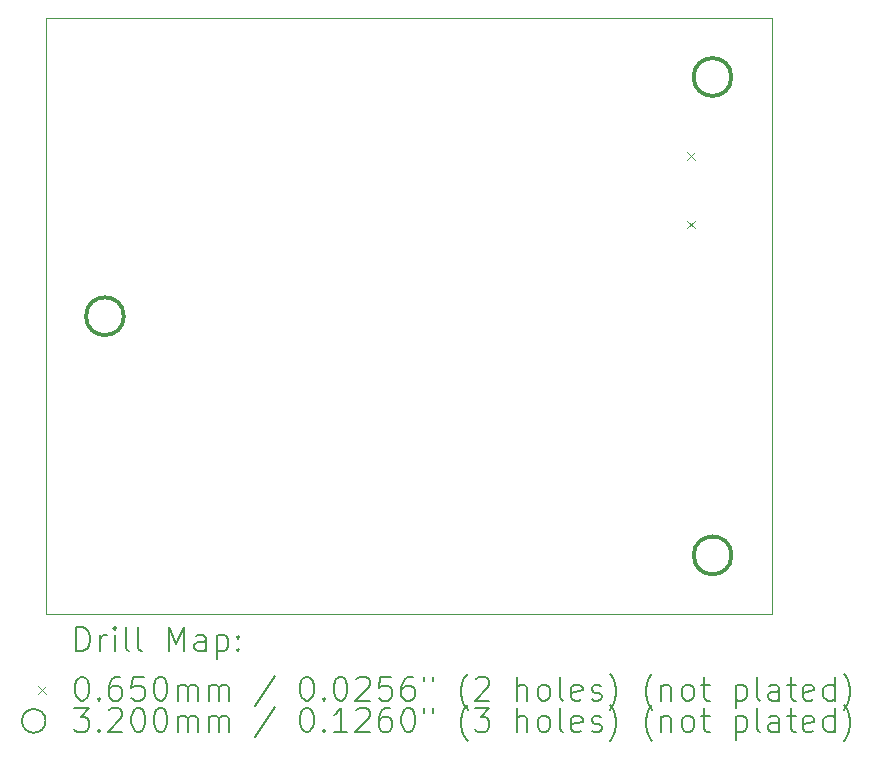
<source format=gbr>
%TF.GenerationSoftware,KiCad,Pcbnew,8.0.8*%
%TF.CreationDate,2025-07-04T19:36:45+02:00*%
%TF.ProjectId,LaunchControl,4c61756e-6368-4436-9f6e-74726f6c2e6b,rev?*%
%TF.SameCoordinates,Original*%
%TF.FileFunction,Drillmap*%
%TF.FilePolarity,Positive*%
%FSLAX45Y45*%
G04 Gerber Fmt 4.5, Leading zero omitted, Abs format (unit mm)*
G04 Created by KiCad (PCBNEW 8.0.8) date 2025-07-04 19:36:45*
%MOMM*%
%LPD*%
G01*
G04 APERTURE LIST*
%ADD10C,0.050000*%
%ADD11C,0.200000*%
%ADD12C,0.100000*%
%ADD13C,0.320000*%
G04 APERTURE END LIST*
D10*
X16595000Y-4330000D02*
G75*
G02*
X16282590Y-4330000I-156205J0D01*
G01*
X16282590Y-4330000D02*
G75*
G02*
X16595000Y-4330000I156205J0D01*
G01*
X16606508Y-8380000D02*
G75*
G02*
X16273492Y-8380000I-166508J0D01*
G01*
X16273492Y-8380000D02*
G75*
G02*
X16606508Y-8380000I166508J0D01*
G01*
X10795000Y-3830000D02*
X16940000Y-3830000D01*
X16940000Y-8875000D01*
X10795000Y-8875000D01*
X10795000Y-3830000D01*
X11458248Y-6355000D02*
G75*
G02*
X11131752Y-6355000I-163248J0D01*
G01*
X11131752Y-6355000D02*
G75*
G02*
X11458248Y-6355000I163248J0D01*
G01*
D11*
D12*
X16227000Y-4968500D02*
X16292000Y-5033500D01*
X16292000Y-4968500D02*
X16227000Y-5033500D01*
X16227000Y-5546500D02*
X16292000Y-5611500D01*
X16292000Y-5546500D02*
X16227000Y-5611500D01*
D13*
X11455000Y-6355000D02*
G75*
G02*
X11135000Y-6355000I-160000J0D01*
G01*
X11135000Y-6355000D02*
G75*
G02*
X11455000Y-6355000I160000J0D01*
G01*
X16598795Y-4330000D02*
G75*
G02*
X16278795Y-4330000I-160000J0D01*
G01*
X16278795Y-4330000D02*
G75*
G02*
X16598795Y-4330000I160000J0D01*
G01*
X16600000Y-8380000D02*
G75*
G02*
X16280000Y-8380000I-160000J0D01*
G01*
X16280000Y-8380000D02*
G75*
G02*
X16600000Y-8380000I160000J0D01*
G01*
D11*
X11053277Y-9188984D02*
X11053277Y-8988984D01*
X11053277Y-8988984D02*
X11100896Y-8988984D01*
X11100896Y-8988984D02*
X11129467Y-8998508D01*
X11129467Y-8998508D02*
X11148515Y-9017555D01*
X11148515Y-9017555D02*
X11158039Y-9036603D01*
X11158039Y-9036603D02*
X11167563Y-9074698D01*
X11167563Y-9074698D02*
X11167563Y-9103270D01*
X11167563Y-9103270D02*
X11158039Y-9141365D01*
X11158039Y-9141365D02*
X11148515Y-9160412D01*
X11148515Y-9160412D02*
X11129467Y-9179460D01*
X11129467Y-9179460D02*
X11100896Y-9188984D01*
X11100896Y-9188984D02*
X11053277Y-9188984D01*
X11253277Y-9188984D02*
X11253277Y-9055650D01*
X11253277Y-9093746D02*
X11262801Y-9074698D01*
X11262801Y-9074698D02*
X11272324Y-9065174D01*
X11272324Y-9065174D02*
X11291372Y-9055650D01*
X11291372Y-9055650D02*
X11310420Y-9055650D01*
X11377086Y-9188984D02*
X11377086Y-9055650D01*
X11377086Y-8988984D02*
X11367562Y-8998508D01*
X11367562Y-8998508D02*
X11377086Y-9008031D01*
X11377086Y-9008031D02*
X11386610Y-8998508D01*
X11386610Y-8998508D02*
X11377086Y-8988984D01*
X11377086Y-8988984D02*
X11377086Y-9008031D01*
X11500896Y-9188984D02*
X11481848Y-9179460D01*
X11481848Y-9179460D02*
X11472324Y-9160412D01*
X11472324Y-9160412D02*
X11472324Y-8988984D01*
X11605658Y-9188984D02*
X11586610Y-9179460D01*
X11586610Y-9179460D02*
X11577086Y-9160412D01*
X11577086Y-9160412D02*
X11577086Y-8988984D01*
X11834229Y-9188984D02*
X11834229Y-8988984D01*
X11834229Y-8988984D02*
X11900896Y-9131841D01*
X11900896Y-9131841D02*
X11967562Y-8988984D01*
X11967562Y-8988984D02*
X11967562Y-9188984D01*
X12148515Y-9188984D02*
X12148515Y-9084222D01*
X12148515Y-9084222D02*
X12138991Y-9065174D01*
X12138991Y-9065174D02*
X12119943Y-9055650D01*
X12119943Y-9055650D02*
X12081848Y-9055650D01*
X12081848Y-9055650D02*
X12062801Y-9065174D01*
X12148515Y-9179460D02*
X12129467Y-9188984D01*
X12129467Y-9188984D02*
X12081848Y-9188984D01*
X12081848Y-9188984D02*
X12062801Y-9179460D01*
X12062801Y-9179460D02*
X12053277Y-9160412D01*
X12053277Y-9160412D02*
X12053277Y-9141365D01*
X12053277Y-9141365D02*
X12062801Y-9122317D01*
X12062801Y-9122317D02*
X12081848Y-9112793D01*
X12081848Y-9112793D02*
X12129467Y-9112793D01*
X12129467Y-9112793D02*
X12148515Y-9103270D01*
X12243753Y-9055650D02*
X12243753Y-9255650D01*
X12243753Y-9065174D02*
X12262801Y-9055650D01*
X12262801Y-9055650D02*
X12300896Y-9055650D01*
X12300896Y-9055650D02*
X12319943Y-9065174D01*
X12319943Y-9065174D02*
X12329467Y-9074698D01*
X12329467Y-9074698D02*
X12338991Y-9093746D01*
X12338991Y-9093746D02*
X12338991Y-9150889D01*
X12338991Y-9150889D02*
X12329467Y-9169936D01*
X12329467Y-9169936D02*
X12319943Y-9179460D01*
X12319943Y-9179460D02*
X12300896Y-9188984D01*
X12300896Y-9188984D02*
X12262801Y-9188984D01*
X12262801Y-9188984D02*
X12243753Y-9179460D01*
X12424705Y-9169936D02*
X12434229Y-9179460D01*
X12434229Y-9179460D02*
X12424705Y-9188984D01*
X12424705Y-9188984D02*
X12415182Y-9179460D01*
X12415182Y-9179460D02*
X12424705Y-9169936D01*
X12424705Y-9169936D02*
X12424705Y-9188984D01*
X12424705Y-9065174D02*
X12434229Y-9074698D01*
X12434229Y-9074698D02*
X12424705Y-9084222D01*
X12424705Y-9084222D02*
X12415182Y-9074698D01*
X12415182Y-9074698D02*
X12424705Y-9065174D01*
X12424705Y-9065174D02*
X12424705Y-9084222D01*
D12*
X10727500Y-9485000D02*
X10792500Y-9550000D01*
X10792500Y-9485000D02*
X10727500Y-9550000D01*
D11*
X11091372Y-9408984D02*
X11110420Y-9408984D01*
X11110420Y-9408984D02*
X11129467Y-9418508D01*
X11129467Y-9418508D02*
X11138991Y-9428031D01*
X11138991Y-9428031D02*
X11148515Y-9447079D01*
X11148515Y-9447079D02*
X11158039Y-9485174D01*
X11158039Y-9485174D02*
X11158039Y-9532793D01*
X11158039Y-9532793D02*
X11148515Y-9570889D01*
X11148515Y-9570889D02*
X11138991Y-9589936D01*
X11138991Y-9589936D02*
X11129467Y-9599460D01*
X11129467Y-9599460D02*
X11110420Y-9608984D01*
X11110420Y-9608984D02*
X11091372Y-9608984D01*
X11091372Y-9608984D02*
X11072324Y-9599460D01*
X11072324Y-9599460D02*
X11062801Y-9589936D01*
X11062801Y-9589936D02*
X11053277Y-9570889D01*
X11053277Y-9570889D02*
X11043753Y-9532793D01*
X11043753Y-9532793D02*
X11043753Y-9485174D01*
X11043753Y-9485174D02*
X11053277Y-9447079D01*
X11053277Y-9447079D02*
X11062801Y-9428031D01*
X11062801Y-9428031D02*
X11072324Y-9418508D01*
X11072324Y-9418508D02*
X11091372Y-9408984D01*
X11243753Y-9589936D02*
X11253277Y-9599460D01*
X11253277Y-9599460D02*
X11243753Y-9608984D01*
X11243753Y-9608984D02*
X11234229Y-9599460D01*
X11234229Y-9599460D02*
X11243753Y-9589936D01*
X11243753Y-9589936D02*
X11243753Y-9608984D01*
X11424705Y-9408984D02*
X11386610Y-9408984D01*
X11386610Y-9408984D02*
X11367562Y-9418508D01*
X11367562Y-9418508D02*
X11358039Y-9428031D01*
X11358039Y-9428031D02*
X11338991Y-9456603D01*
X11338991Y-9456603D02*
X11329467Y-9494698D01*
X11329467Y-9494698D02*
X11329467Y-9570889D01*
X11329467Y-9570889D02*
X11338991Y-9589936D01*
X11338991Y-9589936D02*
X11348515Y-9599460D01*
X11348515Y-9599460D02*
X11367562Y-9608984D01*
X11367562Y-9608984D02*
X11405658Y-9608984D01*
X11405658Y-9608984D02*
X11424705Y-9599460D01*
X11424705Y-9599460D02*
X11434229Y-9589936D01*
X11434229Y-9589936D02*
X11443753Y-9570889D01*
X11443753Y-9570889D02*
X11443753Y-9523270D01*
X11443753Y-9523270D02*
X11434229Y-9504222D01*
X11434229Y-9504222D02*
X11424705Y-9494698D01*
X11424705Y-9494698D02*
X11405658Y-9485174D01*
X11405658Y-9485174D02*
X11367562Y-9485174D01*
X11367562Y-9485174D02*
X11348515Y-9494698D01*
X11348515Y-9494698D02*
X11338991Y-9504222D01*
X11338991Y-9504222D02*
X11329467Y-9523270D01*
X11624705Y-9408984D02*
X11529467Y-9408984D01*
X11529467Y-9408984D02*
X11519943Y-9504222D01*
X11519943Y-9504222D02*
X11529467Y-9494698D01*
X11529467Y-9494698D02*
X11548515Y-9485174D01*
X11548515Y-9485174D02*
X11596134Y-9485174D01*
X11596134Y-9485174D02*
X11615182Y-9494698D01*
X11615182Y-9494698D02*
X11624705Y-9504222D01*
X11624705Y-9504222D02*
X11634229Y-9523270D01*
X11634229Y-9523270D02*
X11634229Y-9570889D01*
X11634229Y-9570889D02*
X11624705Y-9589936D01*
X11624705Y-9589936D02*
X11615182Y-9599460D01*
X11615182Y-9599460D02*
X11596134Y-9608984D01*
X11596134Y-9608984D02*
X11548515Y-9608984D01*
X11548515Y-9608984D02*
X11529467Y-9599460D01*
X11529467Y-9599460D02*
X11519943Y-9589936D01*
X11758039Y-9408984D02*
X11777086Y-9408984D01*
X11777086Y-9408984D02*
X11796134Y-9418508D01*
X11796134Y-9418508D02*
X11805658Y-9428031D01*
X11805658Y-9428031D02*
X11815182Y-9447079D01*
X11815182Y-9447079D02*
X11824705Y-9485174D01*
X11824705Y-9485174D02*
X11824705Y-9532793D01*
X11824705Y-9532793D02*
X11815182Y-9570889D01*
X11815182Y-9570889D02*
X11805658Y-9589936D01*
X11805658Y-9589936D02*
X11796134Y-9599460D01*
X11796134Y-9599460D02*
X11777086Y-9608984D01*
X11777086Y-9608984D02*
X11758039Y-9608984D01*
X11758039Y-9608984D02*
X11738991Y-9599460D01*
X11738991Y-9599460D02*
X11729467Y-9589936D01*
X11729467Y-9589936D02*
X11719943Y-9570889D01*
X11719943Y-9570889D02*
X11710420Y-9532793D01*
X11710420Y-9532793D02*
X11710420Y-9485174D01*
X11710420Y-9485174D02*
X11719943Y-9447079D01*
X11719943Y-9447079D02*
X11729467Y-9428031D01*
X11729467Y-9428031D02*
X11738991Y-9418508D01*
X11738991Y-9418508D02*
X11758039Y-9408984D01*
X11910420Y-9608984D02*
X11910420Y-9475650D01*
X11910420Y-9494698D02*
X11919943Y-9485174D01*
X11919943Y-9485174D02*
X11938991Y-9475650D01*
X11938991Y-9475650D02*
X11967563Y-9475650D01*
X11967563Y-9475650D02*
X11986610Y-9485174D01*
X11986610Y-9485174D02*
X11996134Y-9504222D01*
X11996134Y-9504222D02*
X11996134Y-9608984D01*
X11996134Y-9504222D02*
X12005658Y-9485174D01*
X12005658Y-9485174D02*
X12024705Y-9475650D01*
X12024705Y-9475650D02*
X12053277Y-9475650D01*
X12053277Y-9475650D02*
X12072324Y-9485174D01*
X12072324Y-9485174D02*
X12081848Y-9504222D01*
X12081848Y-9504222D02*
X12081848Y-9608984D01*
X12177086Y-9608984D02*
X12177086Y-9475650D01*
X12177086Y-9494698D02*
X12186610Y-9485174D01*
X12186610Y-9485174D02*
X12205658Y-9475650D01*
X12205658Y-9475650D02*
X12234229Y-9475650D01*
X12234229Y-9475650D02*
X12253277Y-9485174D01*
X12253277Y-9485174D02*
X12262801Y-9504222D01*
X12262801Y-9504222D02*
X12262801Y-9608984D01*
X12262801Y-9504222D02*
X12272324Y-9485174D01*
X12272324Y-9485174D02*
X12291372Y-9475650D01*
X12291372Y-9475650D02*
X12319943Y-9475650D01*
X12319943Y-9475650D02*
X12338991Y-9485174D01*
X12338991Y-9485174D02*
X12348515Y-9504222D01*
X12348515Y-9504222D02*
X12348515Y-9608984D01*
X12738991Y-9399460D02*
X12567563Y-9656603D01*
X12996134Y-9408984D02*
X13015182Y-9408984D01*
X13015182Y-9408984D02*
X13034229Y-9418508D01*
X13034229Y-9418508D02*
X13043753Y-9428031D01*
X13043753Y-9428031D02*
X13053277Y-9447079D01*
X13053277Y-9447079D02*
X13062801Y-9485174D01*
X13062801Y-9485174D02*
X13062801Y-9532793D01*
X13062801Y-9532793D02*
X13053277Y-9570889D01*
X13053277Y-9570889D02*
X13043753Y-9589936D01*
X13043753Y-9589936D02*
X13034229Y-9599460D01*
X13034229Y-9599460D02*
X13015182Y-9608984D01*
X13015182Y-9608984D02*
X12996134Y-9608984D01*
X12996134Y-9608984D02*
X12977086Y-9599460D01*
X12977086Y-9599460D02*
X12967563Y-9589936D01*
X12967563Y-9589936D02*
X12958039Y-9570889D01*
X12958039Y-9570889D02*
X12948515Y-9532793D01*
X12948515Y-9532793D02*
X12948515Y-9485174D01*
X12948515Y-9485174D02*
X12958039Y-9447079D01*
X12958039Y-9447079D02*
X12967563Y-9428031D01*
X12967563Y-9428031D02*
X12977086Y-9418508D01*
X12977086Y-9418508D02*
X12996134Y-9408984D01*
X13148515Y-9589936D02*
X13158039Y-9599460D01*
X13158039Y-9599460D02*
X13148515Y-9608984D01*
X13148515Y-9608984D02*
X13138991Y-9599460D01*
X13138991Y-9599460D02*
X13148515Y-9589936D01*
X13148515Y-9589936D02*
X13148515Y-9608984D01*
X13281848Y-9408984D02*
X13300896Y-9408984D01*
X13300896Y-9408984D02*
X13319944Y-9418508D01*
X13319944Y-9418508D02*
X13329467Y-9428031D01*
X13329467Y-9428031D02*
X13338991Y-9447079D01*
X13338991Y-9447079D02*
X13348515Y-9485174D01*
X13348515Y-9485174D02*
X13348515Y-9532793D01*
X13348515Y-9532793D02*
X13338991Y-9570889D01*
X13338991Y-9570889D02*
X13329467Y-9589936D01*
X13329467Y-9589936D02*
X13319944Y-9599460D01*
X13319944Y-9599460D02*
X13300896Y-9608984D01*
X13300896Y-9608984D02*
X13281848Y-9608984D01*
X13281848Y-9608984D02*
X13262801Y-9599460D01*
X13262801Y-9599460D02*
X13253277Y-9589936D01*
X13253277Y-9589936D02*
X13243753Y-9570889D01*
X13243753Y-9570889D02*
X13234229Y-9532793D01*
X13234229Y-9532793D02*
X13234229Y-9485174D01*
X13234229Y-9485174D02*
X13243753Y-9447079D01*
X13243753Y-9447079D02*
X13253277Y-9428031D01*
X13253277Y-9428031D02*
X13262801Y-9418508D01*
X13262801Y-9418508D02*
X13281848Y-9408984D01*
X13424706Y-9428031D02*
X13434229Y-9418508D01*
X13434229Y-9418508D02*
X13453277Y-9408984D01*
X13453277Y-9408984D02*
X13500896Y-9408984D01*
X13500896Y-9408984D02*
X13519944Y-9418508D01*
X13519944Y-9418508D02*
X13529467Y-9428031D01*
X13529467Y-9428031D02*
X13538991Y-9447079D01*
X13538991Y-9447079D02*
X13538991Y-9466127D01*
X13538991Y-9466127D02*
X13529467Y-9494698D01*
X13529467Y-9494698D02*
X13415182Y-9608984D01*
X13415182Y-9608984D02*
X13538991Y-9608984D01*
X13719944Y-9408984D02*
X13624706Y-9408984D01*
X13624706Y-9408984D02*
X13615182Y-9504222D01*
X13615182Y-9504222D02*
X13624706Y-9494698D01*
X13624706Y-9494698D02*
X13643753Y-9485174D01*
X13643753Y-9485174D02*
X13691372Y-9485174D01*
X13691372Y-9485174D02*
X13710420Y-9494698D01*
X13710420Y-9494698D02*
X13719944Y-9504222D01*
X13719944Y-9504222D02*
X13729467Y-9523270D01*
X13729467Y-9523270D02*
X13729467Y-9570889D01*
X13729467Y-9570889D02*
X13719944Y-9589936D01*
X13719944Y-9589936D02*
X13710420Y-9599460D01*
X13710420Y-9599460D02*
X13691372Y-9608984D01*
X13691372Y-9608984D02*
X13643753Y-9608984D01*
X13643753Y-9608984D02*
X13624706Y-9599460D01*
X13624706Y-9599460D02*
X13615182Y-9589936D01*
X13900896Y-9408984D02*
X13862801Y-9408984D01*
X13862801Y-9408984D02*
X13843753Y-9418508D01*
X13843753Y-9418508D02*
X13834229Y-9428031D01*
X13834229Y-9428031D02*
X13815182Y-9456603D01*
X13815182Y-9456603D02*
X13805658Y-9494698D01*
X13805658Y-9494698D02*
X13805658Y-9570889D01*
X13805658Y-9570889D02*
X13815182Y-9589936D01*
X13815182Y-9589936D02*
X13824706Y-9599460D01*
X13824706Y-9599460D02*
X13843753Y-9608984D01*
X13843753Y-9608984D02*
X13881848Y-9608984D01*
X13881848Y-9608984D02*
X13900896Y-9599460D01*
X13900896Y-9599460D02*
X13910420Y-9589936D01*
X13910420Y-9589936D02*
X13919944Y-9570889D01*
X13919944Y-9570889D02*
X13919944Y-9523270D01*
X13919944Y-9523270D02*
X13910420Y-9504222D01*
X13910420Y-9504222D02*
X13900896Y-9494698D01*
X13900896Y-9494698D02*
X13881848Y-9485174D01*
X13881848Y-9485174D02*
X13843753Y-9485174D01*
X13843753Y-9485174D02*
X13824706Y-9494698D01*
X13824706Y-9494698D02*
X13815182Y-9504222D01*
X13815182Y-9504222D02*
X13805658Y-9523270D01*
X13996134Y-9408984D02*
X13996134Y-9447079D01*
X14072325Y-9408984D02*
X14072325Y-9447079D01*
X14367563Y-9685174D02*
X14358039Y-9675650D01*
X14358039Y-9675650D02*
X14338991Y-9647079D01*
X14338991Y-9647079D02*
X14329468Y-9628031D01*
X14329468Y-9628031D02*
X14319944Y-9599460D01*
X14319944Y-9599460D02*
X14310420Y-9551841D01*
X14310420Y-9551841D02*
X14310420Y-9513746D01*
X14310420Y-9513746D02*
X14319944Y-9466127D01*
X14319944Y-9466127D02*
X14329468Y-9437555D01*
X14329468Y-9437555D02*
X14338991Y-9418508D01*
X14338991Y-9418508D02*
X14358039Y-9389936D01*
X14358039Y-9389936D02*
X14367563Y-9380412D01*
X14434229Y-9428031D02*
X14443753Y-9418508D01*
X14443753Y-9418508D02*
X14462801Y-9408984D01*
X14462801Y-9408984D02*
X14510420Y-9408984D01*
X14510420Y-9408984D02*
X14529468Y-9418508D01*
X14529468Y-9418508D02*
X14538991Y-9428031D01*
X14538991Y-9428031D02*
X14548515Y-9447079D01*
X14548515Y-9447079D02*
X14548515Y-9466127D01*
X14548515Y-9466127D02*
X14538991Y-9494698D01*
X14538991Y-9494698D02*
X14424706Y-9608984D01*
X14424706Y-9608984D02*
X14548515Y-9608984D01*
X14786610Y-9608984D02*
X14786610Y-9408984D01*
X14872325Y-9608984D02*
X14872325Y-9504222D01*
X14872325Y-9504222D02*
X14862801Y-9485174D01*
X14862801Y-9485174D02*
X14843753Y-9475650D01*
X14843753Y-9475650D02*
X14815182Y-9475650D01*
X14815182Y-9475650D02*
X14796134Y-9485174D01*
X14796134Y-9485174D02*
X14786610Y-9494698D01*
X14996134Y-9608984D02*
X14977087Y-9599460D01*
X14977087Y-9599460D02*
X14967563Y-9589936D01*
X14967563Y-9589936D02*
X14958039Y-9570889D01*
X14958039Y-9570889D02*
X14958039Y-9513746D01*
X14958039Y-9513746D02*
X14967563Y-9494698D01*
X14967563Y-9494698D02*
X14977087Y-9485174D01*
X14977087Y-9485174D02*
X14996134Y-9475650D01*
X14996134Y-9475650D02*
X15024706Y-9475650D01*
X15024706Y-9475650D02*
X15043753Y-9485174D01*
X15043753Y-9485174D02*
X15053277Y-9494698D01*
X15053277Y-9494698D02*
X15062801Y-9513746D01*
X15062801Y-9513746D02*
X15062801Y-9570889D01*
X15062801Y-9570889D02*
X15053277Y-9589936D01*
X15053277Y-9589936D02*
X15043753Y-9599460D01*
X15043753Y-9599460D02*
X15024706Y-9608984D01*
X15024706Y-9608984D02*
X14996134Y-9608984D01*
X15177087Y-9608984D02*
X15158039Y-9599460D01*
X15158039Y-9599460D02*
X15148515Y-9580412D01*
X15148515Y-9580412D02*
X15148515Y-9408984D01*
X15329468Y-9599460D02*
X15310420Y-9608984D01*
X15310420Y-9608984D02*
X15272325Y-9608984D01*
X15272325Y-9608984D02*
X15253277Y-9599460D01*
X15253277Y-9599460D02*
X15243753Y-9580412D01*
X15243753Y-9580412D02*
X15243753Y-9504222D01*
X15243753Y-9504222D02*
X15253277Y-9485174D01*
X15253277Y-9485174D02*
X15272325Y-9475650D01*
X15272325Y-9475650D02*
X15310420Y-9475650D01*
X15310420Y-9475650D02*
X15329468Y-9485174D01*
X15329468Y-9485174D02*
X15338991Y-9504222D01*
X15338991Y-9504222D02*
X15338991Y-9523270D01*
X15338991Y-9523270D02*
X15243753Y-9542317D01*
X15415182Y-9599460D02*
X15434230Y-9608984D01*
X15434230Y-9608984D02*
X15472325Y-9608984D01*
X15472325Y-9608984D02*
X15491372Y-9599460D01*
X15491372Y-9599460D02*
X15500896Y-9580412D01*
X15500896Y-9580412D02*
X15500896Y-9570889D01*
X15500896Y-9570889D02*
X15491372Y-9551841D01*
X15491372Y-9551841D02*
X15472325Y-9542317D01*
X15472325Y-9542317D02*
X15443753Y-9542317D01*
X15443753Y-9542317D02*
X15424706Y-9532793D01*
X15424706Y-9532793D02*
X15415182Y-9513746D01*
X15415182Y-9513746D02*
X15415182Y-9504222D01*
X15415182Y-9504222D02*
X15424706Y-9485174D01*
X15424706Y-9485174D02*
X15443753Y-9475650D01*
X15443753Y-9475650D02*
X15472325Y-9475650D01*
X15472325Y-9475650D02*
X15491372Y-9485174D01*
X15567563Y-9685174D02*
X15577087Y-9675650D01*
X15577087Y-9675650D02*
X15596134Y-9647079D01*
X15596134Y-9647079D02*
X15605658Y-9628031D01*
X15605658Y-9628031D02*
X15615182Y-9599460D01*
X15615182Y-9599460D02*
X15624706Y-9551841D01*
X15624706Y-9551841D02*
X15624706Y-9513746D01*
X15624706Y-9513746D02*
X15615182Y-9466127D01*
X15615182Y-9466127D02*
X15605658Y-9437555D01*
X15605658Y-9437555D02*
X15596134Y-9418508D01*
X15596134Y-9418508D02*
X15577087Y-9389936D01*
X15577087Y-9389936D02*
X15567563Y-9380412D01*
X15929468Y-9685174D02*
X15919944Y-9675650D01*
X15919944Y-9675650D02*
X15900896Y-9647079D01*
X15900896Y-9647079D02*
X15891372Y-9628031D01*
X15891372Y-9628031D02*
X15881849Y-9599460D01*
X15881849Y-9599460D02*
X15872325Y-9551841D01*
X15872325Y-9551841D02*
X15872325Y-9513746D01*
X15872325Y-9513746D02*
X15881849Y-9466127D01*
X15881849Y-9466127D02*
X15891372Y-9437555D01*
X15891372Y-9437555D02*
X15900896Y-9418508D01*
X15900896Y-9418508D02*
X15919944Y-9389936D01*
X15919944Y-9389936D02*
X15929468Y-9380412D01*
X16005658Y-9475650D02*
X16005658Y-9608984D01*
X16005658Y-9494698D02*
X16015182Y-9485174D01*
X16015182Y-9485174D02*
X16034230Y-9475650D01*
X16034230Y-9475650D02*
X16062801Y-9475650D01*
X16062801Y-9475650D02*
X16081849Y-9485174D01*
X16081849Y-9485174D02*
X16091372Y-9504222D01*
X16091372Y-9504222D02*
X16091372Y-9608984D01*
X16215182Y-9608984D02*
X16196134Y-9599460D01*
X16196134Y-9599460D02*
X16186611Y-9589936D01*
X16186611Y-9589936D02*
X16177087Y-9570889D01*
X16177087Y-9570889D02*
X16177087Y-9513746D01*
X16177087Y-9513746D02*
X16186611Y-9494698D01*
X16186611Y-9494698D02*
X16196134Y-9485174D01*
X16196134Y-9485174D02*
X16215182Y-9475650D01*
X16215182Y-9475650D02*
X16243753Y-9475650D01*
X16243753Y-9475650D02*
X16262801Y-9485174D01*
X16262801Y-9485174D02*
X16272325Y-9494698D01*
X16272325Y-9494698D02*
X16281849Y-9513746D01*
X16281849Y-9513746D02*
X16281849Y-9570889D01*
X16281849Y-9570889D02*
X16272325Y-9589936D01*
X16272325Y-9589936D02*
X16262801Y-9599460D01*
X16262801Y-9599460D02*
X16243753Y-9608984D01*
X16243753Y-9608984D02*
X16215182Y-9608984D01*
X16338992Y-9475650D02*
X16415182Y-9475650D01*
X16367563Y-9408984D02*
X16367563Y-9580412D01*
X16367563Y-9580412D02*
X16377087Y-9599460D01*
X16377087Y-9599460D02*
X16396134Y-9608984D01*
X16396134Y-9608984D02*
X16415182Y-9608984D01*
X16634230Y-9475650D02*
X16634230Y-9675650D01*
X16634230Y-9485174D02*
X16653277Y-9475650D01*
X16653277Y-9475650D02*
X16691373Y-9475650D01*
X16691373Y-9475650D02*
X16710420Y-9485174D01*
X16710420Y-9485174D02*
X16719944Y-9494698D01*
X16719944Y-9494698D02*
X16729468Y-9513746D01*
X16729468Y-9513746D02*
X16729468Y-9570889D01*
X16729468Y-9570889D02*
X16719944Y-9589936D01*
X16719944Y-9589936D02*
X16710420Y-9599460D01*
X16710420Y-9599460D02*
X16691373Y-9608984D01*
X16691373Y-9608984D02*
X16653277Y-9608984D01*
X16653277Y-9608984D02*
X16634230Y-9599460D01*
X16843754Y-9608984D02*
X16824706Y-9599460D01*
X16824706Y-9599460D02*
X16815182Y-9580412D01*
X16815182Y-9580412D02*
X16815182Y-9408984D01*
X17005658Y-9608984D02*
X17005658Y-9504222D01*
X17005658Y-9504222D02*
X16996135Y-9485174D01*
X16996135Y-9485174D02*
X16977087Y-9475650D01*
X16977087Y-9475650D02*
X16938992Y-9475650D01*
X16938992Y-9475650D02*
X16919944Y-9485174D01*
X17005658Y-9599460D02*
X16986611Y-9608984D01*
X16986611Y-9608984D02*
X16938992Y-9608984D01*
X16938992Y-9608984D02*
X16919944Y-9599460D01*
X16919944Y-9599460D02*
X16910420Y-9580412D01*
X16910420Y-9580412D02*
X16910420Y-9561365D01*
X16910420Y-9561365D02*
X16919944Y-9542317D01*
X16919944Y-9542317D02*
X16938992Y-9532793D01*
X16938992Y-9532793D02*
X16986611Y-9532793D01*
X16986611Y-9532793D02*
X17005658Y-9523270D01*
X17072325Y-9475650D02*
X17148515Y-9475650D01*
X17100896Y-9408984D02*
X17100896Y-9580412D01*
X17100896Y-9580412D02*
X17110420Y-9599460D01*
X17110420Y-9599460D02*
X17129468Y-9608984D01*
X17129468Y-9608984D02*
X17148515Y-9608984D01*
X17291373Y-9599460D02*
X17272325Y-9608984D01*
X17272325Y-9608984D02*
X17234230Y-9608984D01*
X17234230Y-9608984D02*
X17215182Y-9599460D01*
X17215182Y-9599460D02*
X17205658Y-9580412D01*
X17205658Y-9580412D02*
X17205658Y-9504222D01*
X17205658Y-9504222D02*
X17215182Y-9485174D01*
X17215182Y-9485174D02*
X17234230Y-9475650D01*
X17234230Y-9475650D02*
X17272325Y-9475650D01*
X17272325Y-9475650D02*
X17291373Y-9485174D01*
X17291373Y-9485174D02*
X17300896Y-9504222D01*
X17300896Y-9504222D02*
X17300896Y-9523270D01*
X17300896Y-9523270D02*
X17205658Y-9542317D01*
X17472325Y-9608984D02*
X17472325Y-9408984D01*
X17472325Y-9599460D02*
X17453277Y-9608984D01*
X17453277Y-9608984D02*
X17415182Y-9608984D01*
X17415182Y-9608984D02*
X17396135Y-9599460D01*
X17396135Y-9599460D02*
X17386611Y-9589936D01*
X17386611Y-9589936D02*
X17377087Y-9570889D01*
X17377087Y-9570889D02*
X17377087Y-9513746D01*
X17377087Y-9513746D02*
X17386611Y-9494698D01*
X17386611Y-9494698D02*
X17396135Y-9485174D01*
X17396135Y-9485174D02*
X17415182Y-9475650D01*
X17415182Y-9475650D02*
X17453277Y-9475650D01*
X17453277Y-9475650D02*
X17472325Y-9485174D01*
X17548516Y-9685174D02*
X17558039Y-9675650D01*
X17558039Y-9675650D02*
X17577087Y-9647079D01*
X17577087Y-9647079D02*
X17586611Y-9628031D01*
X17586611Y-9628031D02*
X17596135Y-9599460D01*
X17596135Y-9599460D02*
X17605658Y-9551841D01*
X17605658Y-9551841D02*
X17605658Y-9513746D01*
X17605658Y-9513746D02*
X17596135Y-9466127D01*
X17596135Y-9466127D02*
X17586611Y-9437555D01*
X17586611Y-9437555D02*
X17577087Y-9418508D01*
X17577087Y-9418508D02*
X17558039Y-9389936D01*
X17558039Y-9389936D02*
X17548516Y-9380412D01*
X10792500Y-9781500D02*
G75*
G02*
X10592500Y-9781500I-100000J0D01*
G01*
X10592500Y-9781500D02*
G75*
G02*
X10792500Y-9781500I100000J0D01*
G01*
X11034229Y-9672984D02*
X11158039Y-9672984D01*
X11158039Y-9672984D02*
X11091372Y-9749174D01*
X11091372Y-9749174D02*
X11119944Y-9749174D01*
X11119944Y-9749174D02*
X11138991Y-9758698D01*
X11138991Y-9758698D02*
X11148515Y-9768222D01*
X11148515Y-9768222D02*
X11158039Y-9787270D01*
X11158039Y-9787270D02*
X11158039Y-9834889D01*
X11158039Y-9834889D02*
X11148515Y-9853936D01*
X11148515Y-9853936D02*
X11138991Y-9863460D01*
X11138991Y-9863460D02*
X11119944Y-9872984D01*
X11119944Y-9872984D02*
X11062801Y-9872984D01*
X11062801Y-9872984D02*
X11043753Y-9863460D01*
X11043753Y-9863460D02*
X11034229Y-9853936D01*
X11243753Y-9853936D02*
X11253277Y-9863460D01*
X11253277Y-9863460D02*
X11243753Y-9872984D01*
X11243753Y-9872984D02*
X11234229Y-9863460D01*
X11234229Y-9863460D02*
X11243753Y-9853936D01*
X11243753Y-9853936D02*
X11243753Y-9872984D01*
X11329467Y-9692031D02*
X11338991Y-9682508D01*
X11338991Y-9682508D02*
X11358039Y-9672984D01*
X11358039Y-9672984D02*
X11405658Y-9672984D01*
X11405658Y-9672984D02*
X11424705Y-9682508D01*
X11424705Y-9682508D02*
X11434229Y-9692031D01*
X11434229Y-9692031D02*
X11443753Y-9711079D01*
X11443753Y-9711079D02*
X11443753Y-9730127D01*
X11443753Y-9730127D02*
X11434229Y-9758698D01*
X11434229Y-9758698D02*
X11319943Y-9872984D01*
X11319943Y-9872984D02*
X11443753Y-9872984D01*
X11567562Y-9672984D02*
X11586610Y-9672984D01*
X11586610Y-9672984D02*
X11605658Y-9682508D01*
X11605658Y-9682508D02*
X11615182Y-9692031D01*
X11615182Y-9692031D02*
X11624705Y-9711079D01*
X11624705Y-9711079D02*
X11634229Y-9749174D01*
X11634229Y-9749174D02*
X11634229Y-9796793D01*
X11634229Y-9796793D02*
X11624705Y-9834889D01*
X11624705Y-9834889D02*
X11615182Y-9853936D01*
X11615182Y-9853936D02*
X11605658Y-9863460D01*
X11605658Y-9863460D02*
X11586610Y-9872984D01*
X11586610Y-9872984D02*
X11567562Y-9872984D01*
X11567562Y-9872984D02*
X11548515Y-9863460D01*
X11548515Y-9863460D02*
X11538991Y-9853936D01*
X11538991Y-9853936D02*
X11529467Y-9834889D01*
X11529467Y-9834889D02*
X11519943Y-9796793D01*
X11519943Y-9796793D02*
X11519943Y-9749174D01*
X11519943Y-9749174D02*
X11529467Y-9711079D01*
X11529467Y-9711079D02*
X11538991Y-9692031D01*
X11538991Y-9692031D02*
X11548515Y-9682508D01*
X11548515Y-9682508D02*
X11567562Y-9672984D01*
X11758039Y-9672984D02*
X11777086Y-9672984D01*
X11777086Y-9672984D02*
X11796134Y-9682508D01*
X11796134Y-9682508D02*
X11805658Y-9692031D01*
X11805658Y-9692031D02*
X11815182Y-9711079D01*
X11815182Y-9711079D02*
X11824705Y-9749174D01*
X11824705Y-9749174D02*
X11824705Y-9796793D01*
X11824705Y-9796793D02*
X11815182Y-9834889D01*
X11815182Y-9834889D02*
X11805658Y-9853936D01*
X11805658Y-9853936D02*
X11796134Y-9863460D01*
X11796134Y-9863460D02*
X11777086Y-9872984D01*
X11777086Y-9872984D02*
X11758039Y-9872984D01*
X11758039Y-9872984D02*
X11738991Y-9863460D01*
X11738991Y-9863460D02*
X11729467Y-9853936D01*
X11729467Y-9853936D02*
X11719943Y-9834889D01*
X11719943Y-9834889D02*
X11710420Y-9796793D01*
X11710420Y-9796793D02*
X11710420Y-9749174D01*
X11710420Y-9749174D02*
X11719943Y-9711079D01*
X11719943Y-9711079D02*
X11729467Y-9692031D01*
X11729467Y-9692031D02*
X11738991Y-9682508D01*
X11738991Y-9682508D02*
X11758039Y-9672984D01*
X11910420Y-9872984D02*
X11910420Y-9739650D01*
X11910420Y-9758698D02*
X11919943Y-9749174D01*
X11919943Y-9749174D02*
X11938991Y-9739650D01*
X11938991Y-9739650D02*
X11967563Y-9739650D01*
X11967563Y-9739650D02*
X11986610Y-9749174D01*
X11986610Y-9749174D02*
X11996134Y-9768222D01*
X11996134Y-9768222D02*
X11996134Y-9872984D01*
X11996134Y-9768222D02*
X12005658Y-9749174D01*
X12005658Y-9749174D02*
X12024705Y-9739650D01*
X12024705Y-9739650D02*
X12053277Y-9739650D01*
X12053277Y-9739650D02*
X12072324Y-9749174D01*
X12072324Y-9749174D02*
X12081848Y-9768222D01*
X12081848Y-9768222D02*
X12081848Y-9872984D01*
X12177086Y-9872984D02*
X12177086Y-9739650D01*
X12177086Y-9758698D02*
X12186610Y-9749174D01*
X12186610Y-9749174D02*
X12205658Y-9739650D01*
X12205658Y-9739650D02*
X12234229Y-9739650D01*
X12234229Y-9739650D02*
X12253277Y-9749174D01*
X12253277Y-9749174D02*
X12262801Y-9768222D01*
X12262801Y-9768222D02*
X12262801Y-9872984D01*
X12262801Y-9768222D02*
X12272324Y-9749174D01*
X12272324Y-9749174D02*
X12291372Y-9739650D01*
X12291372Y-9739650D02*
X12319943Y-9739650D01*
X12319943Y-9739650D02*
X12338991Y-9749174D01*
X12338991Y-9749174D02*
X12348515Y-9768222D01*
X12348515Y-9768222D02*
X12348515Y-9872984D01*
X12738991Y-9663460D02*
X12567563Y-9920603D01*
X12996134Y-9672984D02*
X13015182Y-9672984D01*
X13015182Y-9672984D02*
X13034229Y-9682508D01*
X13034229Y-9682508D02*
X13043753Y-9692031D01*
X13043753Y-9692031D02*
X13053277Y-9711079D01*
X13053277Y-9711079D02*
X13062801Y-9749174D01*
X13062801Y-9749174D02*
X13062801Y-9796793D01*
X13062801Y-9796793D02*
X13053277Y-9834889D01*
X13053277Y-9834889D02*
X13043753Y-9853936D01*
X13043753Y-9853936D02*
X13034229Y-9863460D01*
X13034229Y-9863460D02*
X13015182Y-9872984D01*
X13015182Y-9872984D02*
X12996134Y-9872984D01*
X12996134Y-9872984D02*
X12977086Y-9863460D01*
X12977086Y-9863460D02*
X12967563Y-9853936D01*
X12967563Y-9853936D02*
X12958039Y-9834889D01*
X12958039Y-9834889D02*
X12948515Y-9796793D01*
X12948515Y-9796793D02*
X12948515Y-9749174D01*
X12948515Y-9749174D02*
X12958039Y-9711079D01*
X12958039Y-9711079D02*
X12967563Y-9692031D01*
X12967563Y-9692031D02*
X12977086Y-9682508D01*
X12977086Y-9682508D02*
X12996134Y-9672984D01*
X13148515Y-9853936D02*
X13158039Y-9863460D01*
X13158039Y-9863460D02*
X13148515Y-9872984D01*
X13148515Y-9872984D02*
X13138991Y-9863460D01*
X13138991Y-9863460D02*
X13148515Y-9853936D01*
X13148515Y-9853936D02*
X13148515Y-9872984D01*
X13348515Y-9872984D02*
X13234229Y-9872984D01*
X13291372Y-9872984D02*
X13291372Y-9672984D01*
X13291372Y-9672984D02*
X13272325Y-9701555D01*
X13272325Y-9701555D02*
X13253277Y-9720603D01*
X13253277Y-9720603D02*
X13234229Y-9730127D01*
X13424706Y-9692031D02*
X13434229Y-9682508D01*
X13434229Y-9682508D02*
X13453277Y-9672984D01*
X13453277Y-9672984D02*
X13500896Y-9672984D01*
X13500896Y-9672984D02*
X13519944Y-9682508D01*
X13519944Y-9682508D02*
X13529467Y-9692031D01*
X13529467Y-9692031D02*
X13538991Y-9711079D01*
X13538991Y-9711079D02*
X13538991Y-9730127D01*
X13538991Y-9730127D02*
X13529467Y-9758698D01*
X13529467Y-9758698D02*
X13415182Y-9872984D01*
X13415182Y-9872984D02*
X13538991Y-9872984D01*
X13710420Y-9672984D02*
X13672325Y-9672984D01*
X13672325Y-9672984D02*
X13653277Y-9682508D01*
X13653277Y-9682508D02*
X13643753Y-9692031D01*
X13643753Y-9692031D02*
X13624706Y-9720603D01*
X13624706Y-9720603D02*
X13615182Y-9758698D01*
X13615182Y-9758698D02*
X13615182Y-9834889D01*
X13615182Y-9834889D02*
X13624706Y-9853936D01*
X13624706Y-9853936D02*
X13634229Y-9863460D01*
X13634229Y-9863460D02*
X13653277Y-9872984D01*
X13653277Y-9872984D02*
X13691372Y-9872984D01*
X13691372Y-9872984D02*
X13710420Y-9863460D01*
X13710420Y-9863460D02*
X13719944Y-9853936D01*
X13719944Y-9853936D02*
X13729467Y-9834889D01*
X13729467Y-9834889D02*
X13729467Y-9787270D01*
X13729467Y-9787270D02*
X13719944Y-9768222D01*
X13719944Y-9768222D02*
X13710420Y-9758698D01*
X13710420Y-9758698D02*
X13691372Y-9749174D01*
X13691372Y-9749174D02*
X13653277Y-9749174D01*
X13653277Y-9749174D02*
X13634229Y-9758698D01*
X13634229Y-9758698D02*
X13624706Y-9768222D01*
X13624706Y-9768222D02*
X13615182Y-9787270D01*
X13853277Y-9672984D02*
X13872325Y-9672984D01*
X13872325Y-9672984D02*
X13891372Y-9682508D01*
X13891372Y-9682508D02*
X13900896Y-9692031D01*
X13900896Y-9692031D02*
X13910420Y-9711079D01*
X13910420Y-9711079D02*
X13919944Y-9749174D01*
X13919944Y-9749174D02*
X13919944Y-9796793D01*
X13919944Y-9796793D02*
X13910420Y-9834889D01*
X13910420Y-9834889D02*
X13900896Y-9853936D01*
X13900896Y-9853936D02*
X13891372Y-9863460D01*
X13891372Y-9863460D02*
X13872325Y-9872984D01*
X13872325Y-9872984D02*
X13853277Y-9872984D01*
X13853277Y-9872984D02*
X13834229Y-9863460D01*
X13834229Y-9863460D02*
X13824706Y-9853936D01*
X13824706Y-9853936D02*
X13815182Y-9834889D01*
X13815182Y-9834889D02*
X13805658Y-9796793D01*
X13805658Y-9796793D02*
X13805658Y-9749174D01*
X13805658Y-9749174D02*
X13815182Y-9711079D01*
X13815182Y-9711079D02*
X13824706Y-9692031D01*
X13824706Y-9692031D02*
X13834229Y-9682508D01*
X13834229Y-9682508D02*
X13853277Y-9672984D01*
X13996134Y-9672984D02*
X13996134Y-9711079D01*
X14072325Y-9672984D02*
X14072325Y-9711079D01*
X14367563Y-9949174D02*
X14358039Y-9939650D01*
X14358039Y-9939650D02*
X14338991Y-9911079D01*
X14338991Y-9911079D02*
X14329468Y-9892031D01*
X14329468Y-9892031D02*
X14319944Y-9863460D01*
X14319944Y-9863460D02*
X14310420Y-9815841D01*
X14310420Y-9815841D02*
X14310420Y-9777746D01*
X14310420Y-9777746D02*
X14319944Y-9730127D01*
X14319944Y-9730127D02*
X14329468Y-9701555D01*
X14329468Y-9701555D02*
X14338991Y-9682508D01*
X14338991Y-9682508D02*
X14358039Y-9653936D01*
X14358039Y-9653936D02*
X14367563Y-9644412D01*
X14424706Y-9672984D02*
X14548515Y-9672984D01*
X14548515Y-9672984D02*
X14481848Y-9749174D01*
X14481848Y-9749174D02*
X14510420Y-9749174D01*
X14510420Y-9749174D02*
X14529468Y-9758698D01*
X14529468Y-9758698D02*
X14538991Y-9768222D01*
X14538991Y-9768222D02*
X14548515Y-9787270D01*
X14548515Y-9787270D02*
X14548515Y-9834889D01*
X14548515Y-9834889D02*
X14538991Y-9853936D01*
X14538991Y-9853936D02*
X14529468Y-9863460D01*
X14529468Y-9863460D02*
X14510420Y-9872984D01*
X14510420Y-9872984D02*
X14453277Y-9872984D01*
X14453277Y-9872984D02*
X14434229Y-9863460D01*
X14434229Y-9863460D02*
X14424706Y-9853936D01*
X14786610Y-9872984D02*
X14786610Y-9672984D01*
X14872325Y-9872984D02*
X14872325Y-9768222D01*
X14872325Y-9768222D02*
X14862801Y-9749174D01*
X14862801Y-9749174D02*
X14843753Y-9739650D01*
X14843753Y-9739650D02*
X14815182Y-9739650D01*
X14815182Y-9739650D02*
X14796134Y-9749174D01*
X14796134Y-9749174D02*
X14786610Y-9758698D01*
X14996134Y-9872984D02*
X14977087Y-9863460D01*
X14977087Y-9863460D02*
X14967563Y-9853936D01*
X14967563Y-9853936D02*
X14958039Y-9834889D01*
X14958039Y-9834889D02*
X14958039Y-9777746D01*
X14958039Y-9777746D02*
X14967563Y-9758698D01*
X14967563Y-9758698D02*
X14977087Y-9749174D01*
X14977087Y-9749174D02*
X14996134Y-9739650D01*
X14996134Y-9739650D02*
X15024706Y-9739650D01*
X15024706Y-9739650D02*
X15043753Y-9749174D01*
X15043753Y-9749174D02*
X15053277Y-9758698D01*
X15053277Y-9758698D02*
X15062801Y-9777746D01*
X15062801Y-9777746D02*
X15062801Y-9834889D01*
X15062801Y-9834889D02*
X15053277Y-9853936D01*
X15053277Y-9853936D02*
X15043753Y-9863460D01*
X15043753Y-9863460D02*
X15024706Y-9872984D01*
X15024706Y-9872984D02*
X14996134Y-9872984D01*
X15177087Y-9872984D02*
X15158039Y-9863460D01*
X15158039Y-9863460D02*
X15148515Y-9844412D01*
X15148515Y-9844412D02*
X15148515Y-9672984D01*
X15329468Y-9863460D02*
X15310420Y-9872984D01*
X15310420Y-9872984D02*
X15272325Y-9872984D01*
X15272325Y-9872984D02*
X15253277Y-9863460D01*
X15253277Y-9863460D02*
X15243753Y-9844412D01*
X15243753Y-9844412D02*
X15243753Y-9768222D01*
X15243753Y-9768222D02*
X15253277Y-9749174D01*
X15253277Y-9749174D02*
X15272325Y-9739650D01*
X15272325Y-9739650D02*
X15310420Y-9739650D01*
X15310420Y-9739650D02*
X15329468Y-9749174D01*
X15329468Y-9749174D02*
X15338991Y-9768222D01*
X15338991Y-9768222D02*
X15338991Y-9787270D01*
X15338991Y-9787270D02*
X15243753Y-9806317D01*
X15415182Y-9863460D02*
X15434230Y-9872984D01*
X15434230Y-9872984D02*
X15472325Y-9872984D01*
X15472325Y-9872984D02*
X15491372Y-9863460D01*
X15491372Y-9863460D02*
X15500896Y-9844412D01*
X15500896Y-9844412D02*
X15500896Y-9834889D01*
X15500896Y-9834889D02*
X15491372Y-9815841D01*
X15491372Y-9815841D02*
X15472325Y-9806317D01*
X15472325Y-9806317D02*
X15443753Y-9806317D01*
X15443753Y-9806317D02*
X15424706Y-9796793D01*
X15424706Y-9796793D02*
X15415182Y-9777746D01*
X15415182Y-9777746D02*
X15415182Y-9768222D01*
X15415182Y-9768222D02*
X15424706Y-9749174D01*
X15424706Y-9749174D02*
X15443753Y-9739650D01*
X15443753Y-9739650D02*
X15472325Y-9739650D01*
X15472325Y-9739650D02*
X15491372Y-9749174D01*
X15567563Y-9949174D02*
X15577087Y-9939650D01*
X15577087Y-9939650D02*
X15596134Y-9911079D01*
X15596134Y-9911079D02*
X15605658Y-9892031D01*
X15605658Y-9892031D02*
X15615182Y-9863460D01*
X15615182Y-9863460D02*
X15624706Y-9815841D01*
X15624706Y-9815841D02*
X15624706Y-9777746D01*
X15624706Y-9777746D02*
X15615182Y-9730127D01*
X15615182Y-9730127D02*
X15605658Y-9701555D01*
X15605658Y-9701555D02*
X15596134Y-9682508D01*
X15596134Y-9682508D02*
X15577087Y-9653936D01*
X15577087Y-9653936D02*
X15567563Y-9644412D01*
X15929468Y-9949174D02*
X15919944Y-9939650D01*
X15919944Y-9939650D02*
X15900896Y-9911079D01*
X15900896Y-9911079D02*
X15891372Y-9892031D01*
X15891372Y-9892031D02*
X15881849Y-9863460D01*
X15881849Y-9863460D02*
X15872325Y-9815841D01*
X15872325Y-9815841D02*
X15872325Y-9777746D01*
X15872325Y-9777746D02*
X15881849Y-9730127D01*
X15881849Y-9730127D02*
X15891372Y-9701555D01*
X15891372Y-9701555D02*
X15900896Y-9682508D01*
X15900896Y-9682508D02*
X15919944Y-9653936D01*
X15919944Y-9653936D02*
X15929468Y-9644412D01*
X16005658Y-9739650D02*
X16005658Y-9872984D01*
X16005658Y-9758698D02*
X16015182Y-9749174D01*
X16015182Y-9749174D02*
X16034230Y-9739650D01*
X16034230Y-9739650D02*
X16062801Y-9739650D01*
X16062801Y-9739650D02*
X16081849Y-9749174D01*
X16081849Y-9749174D02*
X16091372Y-9768222D01*
X16091372Y-9768222D02*
X16091372Y-9872984D01*
X16215182Y-9872984D02*
X16196134Y-9863460D01*
X16196134Y-9863460D02*
X16186611Y-9853936D01*
X16186611Y-9853936D02*
X16177087Y-9834889D01*
X16177087Y-9834889D02*
X16177087Y-9777746D01*
X16177087Y-9777746D02*
X16186611Y-9758698D01*
X16186611Y-9758698D02*
X16196134Y-9749174D01*
X16196134Y-9749174D02*
X16215182Y-9739650D01*
X16215182Y-9739650D02*
X16243753Y-9739650D01*
X16243753Y-9739650D02*
X16262801Y-9749174D01*
X16262801Y-9749174D02*
X16272325Y-9758698D01*
X16272325Y-9758698D02*
X16281849Y-9777746D01*
X16281849Y-9777746D02*
X16281849Y-9834889D01*
X16281849Y-9834889D02*
X16272325Y-9853936D01*
X16272325Y-9853936D02*
X16262801Y-9863460D01*
X16262801Y-9863460D02*
X16243753Y-9872984D01*
X16243753Y-9872984D02*
X16215182Y-9872984D01*
X16338992Y-9739650D02*
X16415182Y-9739650D01*
X16367563Y-9672984D02*
X16367563Y-9844412D01*
X16367563Y-9844412D02*
X16377087Y-9863460D01*
X16377087Y-9863460D02*
X16396134Y-9872984D01*
X16396134Y-9872984D02*
X16415182Y-9872984D01*
X16634230Y-9739650D02*
X16634230Y-9939650D01*
X16634230Y-9749174D02*
X16653277Y-9739650D01*
X16653277Y-9739650D02*
X16691373Y-9739650D01*
X16691373Y-9739650D02*
X16710420Y-9749174D01*
X16710420Y-9749174D02*
X16719944Y-9758698D01*
X16719944Y-9758698D02*
X16729468Y-9777746D01*
X16729468Y-9777746D02*
X16729468Y-9834889D01*
X16729468Y-9834889D02*
X16719944Y-9853936D01*
X16719944Y-9853936D02*
X16710420Y-9863460D01*
X16710420Y-9863460D02*
X16691373Y-9872984D01*
X16691373Y-9872984D02*
X16653277Y-9872984D01*
X16653277Y-9872984D02*
X16634230Y-9863460D01*
X16843754Y-9872984D02*
X16824706Y-9863460D01*
X16824706Y-9863460D02*
X16815182Y-9844412D01*
X16815182Y-9844412D02*
X16815182Y-9672984D01*
X17005658Y-9872984D02*
X17005658Y-9768222D01*
X17005658Y-9768222D02*
X16996135Y-9749174D01*
X16996135Y-9749174D02*
X16977087Y-9739650D01*
X16977087Y-9739650D02*
X16938992Y-9739650D01*
X16938992Y-9739650D02*
X16919944Y-9749174D01*
X17005658Y-9863460D02*
X16986611Y-9872984D01*
X16986611Y-9872984D02*
X16938992Y-9872984D01*
X16938992Y-9872984D02*
X16919944Y-9863460D01*
X16919944Y-9863460D02*
X16910420Y-9844412D01*
X16910420Y-9844412D02*
X16910420Y-9825365D01*
X16910420Y-9825365D02*
X16919944Y-9806317D01*
X16919944Y-9806317D02*
X16938992Y-9796793D01*
X16938992Y-9796793D02*
X16986611Y-9796793D01*
X16986611Y-9796793D02*
X17005658Y-9787270D01*
X17072325Y-9739650D02*
X17148515Y-9739650D01*
X17100896Y-9672984D02*
X17100896Y-9844412D01*
X17100896Y-9844412D02*
X17110420Y-9863460D01*
X17110420Y-9863460D02*
X17129468Y-9872984D01*
X17129468Y-9872984D02*
X17148515Y-9872984D01*
X17291373Y-9863460D02*
X17272325Y-9872984D01*
X17272325Y-9872984D02*
X17234230Y-9872984D01*
X17234230Y-9872984D02*
X17215182Y-9863460D01*
X17215182Y-9863460D02*
X17205658Y-9844412D01*
X17205658Y-9844412D02*
X17205658Y-9768222D01*
X17205658Y-9768222D02*
X17215182Y-9749174D01*
X17215182Y-9749174D02*
X17234230Y-9739650D01*
X17234230Y-9739650D02*
X17272325Y-9739650D01*
X17272325Y-9739650D02*
X17291373Y-9749174D01*
X17291373Y-9749174D02*
X17300896Y-9768222D01*
X17300896Y-9768222D02*
X17300896Y-9787270D01*
X17300896Y-9787270D02*
X17205658Y-9806317D01*
X17472325Y-9872984D02*
X17472325Y-9672984D01*
X17472325Y-9863460D02*
X17453277Y-9872984D01*
X17453277Y-9872984D02*
X17415182Y-9872984D01*
X17415182Y-9872984D02*
X17396135Y-9863460D01*
X17396135Y-9863460D02*
X17386611Y-9853936D01*
X17386611Y-9853936D02*
X17377087Y-9834889D01*
X17377087Y-9834889D02*
X17377087Y-9777746D01*
X17377087Y-9777746D02*
X17386611Y-9758698D01*
X17386611Y-9758698D02*
X17396135Y-9749174D01*
X17396135Y-9749174D02*
X17415182Y-9739650D01*
X17415182Y-9739650D02*
X17453277Y-9739650D01*
X17453277Y-9739650D02*
X17472325Y-9749174D01*
X17548516Y-9949174D02*
X17558039Y-9939650D01*
X17558039Y-9939650D02*
X17577087Y-9911079D01*
X17577087Y-9911079D02*
X17586611Y-9892031D01*
X17586611Y-9892031D02*
X17596135Y-9863460D01*
X17596135Y-9863460D02*
X17605658Y-9815841D01*
X17605658Y-9815841D02*
X17605658Y-9777746D01*
X17605658Y-9777746D02*
X17596135Y-9730127D01*
X17596135Y-9730127D02*
X17586611Y-9701555D01*
X17586611Y-9701555D02*
X17577087Y-9682508D01*
X17577087Y-9682508D02*
X17558039Y-9653936D01*
X17558039Y-9653936D02*
X17548516Y-9644412D01*
M02*

</source>
